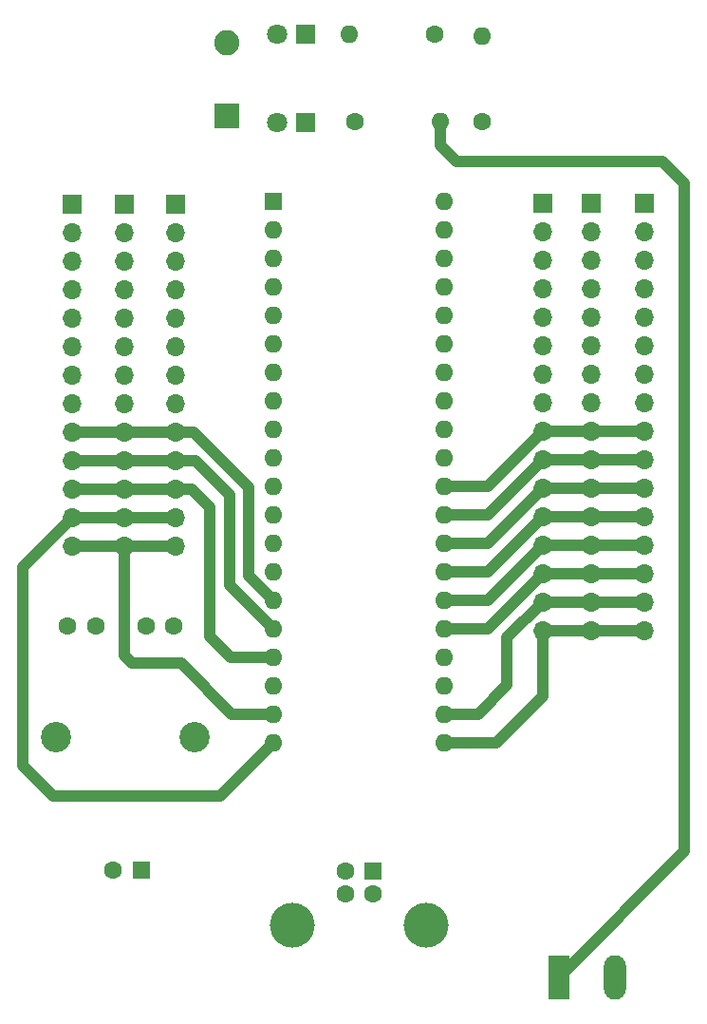
<source format=gbr>
<<<<<<< HEAD
%TF.GenerationSoftware,KiCad,Pcbnew,8.0.8*%
%TF.CreationDate,2025-04-09T17:27:57-06:00*%
%TF.ProjectId,Coquirana1,436f7175-6972-4616-9e61-312e6b696361,rev?*%
%TF.SameCoordinates,Original*%
%TF.FileFunction,Copper,L1,Top*%
%TF.FilePolarity,Positive*%
%FSLAX46Y46*%
G04 Gerber Fmt 4.6, Leading zero omitted, Abs format (unit mm)*
G04 Created by KiCad (PCBNEW 8.0.8) date 2025-04-09 17:27:57*
%MOMM*%
%LPD*%
G01*
G04 APERTURE LIST*
%TA.AperFunction,ComponentPad*%
%ADD10C,1.600000*%
%TD*%
%TA.AperFunction,ComponentPad*%
%ADD11O,1.600000X1.600000*%
%TD*%
%TA.AperFunction,ComponentPad*%
%ADD12R,1.700000X1.700000*%
%TD*%
%TA.AperFunction,ComponentPad*%
%ADD13O,1.700000X1.700000*%
%TD*%
%TA.AperFunction,ComponentPad*%
%ADD14R,2.250000X2.250000*%
%TD*%
%TA.AperFunction,ComponentPad*%
%ADD15C,2.250000*%
%TD*%
%TA.AperFunction,ComponentPad*%
%ADD16R,1.600000X1.600000*%
%TD*%
%TA.AperFunction,ComponentPad*%
%ADD17R,1.800000X1.800000*%
%TD*%
%TA.AperFunction,ComponentPad*%
%ADD18C,1.800000*%
%TD*%
%TA.AperFunction,ComponentPad*%
%ADD19R,1.980000X3.960000*%
%TD*%
%TA.AperFunction,ComponentPad*%
%ADD20O,1.980000X3.960000*%
%TD*%
%TA.AperFunction,ComponentPad*%
%ADD21C,4.000000*%
%TD*%
%TA.AperFunction,ComponentPad*%
%ADD22C,2.700000*%
%TD*%
%TA.AperFunction,Conductor*%
%ADD23C,1.000000*%
%TD*%
G04 APERTURE END LIST*
D10*
%TO.P,R1,1*%
%TO.N,Net-(U1-Vpp{slash}~{MCLR}{slash}RE3)*%
X160450000Y-57910000D03*
D11*
%TO.P,R1,2*%
%TO.N,VCC*%
X160450000Y-50290000D03*
%TD*%
D12*
%TO.P,J3,1,Pin_1*%
%TO.N,pin2*%
X123800000Y-65210000D03*
D13*
%TO.P,J3,2,Pin_2*%
%TO.N,pin3*%
X123800000Y-67750000D03*
%TO.P,J3,3,Pin_3*%
%TO.N,pin4*%
X123800000Y-70290000D03*
%TO.P,J3,4,Pin_4*%
%TO.N,pin5*%
X123800000Y-72830000D03*
%TO.P,J3,5,Pin_5*%
%TO.N,pin7*%
X123800000Y-75370000D03*
%TO.P,J3,6,Pin_6*%
%TO.N,pin8*%
X123800000Y-77910000D03*
%TO.P,J3,7,Pin_7*%
%TO.N,pin9*%
X123800000Y-80450000D03*
%TO.P,J3,8,Pin_8*%
%TO.N,pin10*%
X123800000Y-82990000D03*
%TO.P,J3,9,Pin_9*%
%TO.N,pin15*%
X123800000Y-85530000D03*
%TO.P,J3,10,Pin_10*%
%TO.N,pin16*%
X123800000Y-88070000D03*
%TO.P,J3,11,Pin_11*%
%TO.N,pin17*%
X123800000Y-90610000D03*
%TO.P,J3,12,Pin_12*%
%TO.N,pin20*%
X123800000Y-93150000D03*
%TO.P,J3,13,Pin_13*%
%TO.N,pin19*%
X123800000Y-95690000D03*
%TD*%
D10*
%TO.P,C1,1*%
%TO.N,Earth*%
X130400000Y-102850000D03*
%TO.P,C1,2*%
%TO.N,Net-(U1-OSC1{slash}CLKI)*%
X132900000Y-102850000D03*
%TD*%
D14*
%TO.P,SW1,1,1*%
%TO.N,Net-(U1-Vpp{slash}~{MCLR}{slash}RE3)*%
X137650000Y-57350000D03*
D15*
%TO.P,SW1,2,2*%
%TO.N,Earth*%
X137650000Y-50850000D03*
%TD*%
D16*
%TO.P,C3,1*%
%TO.N,Net-(U1-VUSB)*%
X129982380Y-124550000D03*
D10*
%TO.P,C3,2*%
%TO.N,Earth*%
X127482380Y-124550000D03*
%TD*%
D16*
%TO.P,U1,1,Vpp/~{MCLR}/RE3*%
%TO.N,Net-(U1-Vpp{slash}~{MCLR}{slash}RE3)*%
X141760000Y-64950000D03*
D11*
%TO.P,U1,2,RA0/AN0*%
%TO.N,pin2*%
X141760000Y-67490000D03*
%TO.P,U1,3,RA1/AN1*%
%TO.N,pin3*%
X141760000Y-70030000D03*
%TO.P,U1,4,RA2/AN2/Vref-/CVref*%
%TO.N,pin4*%
X141760000Y-72570000D03*
%TO.P,U1,5,RA3/AN3/Vref+*%
%TO.N,pin5*%
X141760000Y-75110000D03*
%TO.P,U1,6,RA4/T0CKI/C1OUT/RCV*%
%TO.N,Net-(U1-RA4{slash}T0CKI{slash}C1OUT{slash}RCV)*%
X141760000Y-77650000D03*
%TO.P,U1,7,RA5/AN4/~{SS}/HLVDIN/C2OUT*%
%TO.N,pin7*%
X141760000Y-80190000D03*
%TO.P,U1,8,CK1SPP/AN5/RE0*%
%TO.N,pin8*%
X141760000Y-82730000D03*
%TO.P,U1,9,CK2SPP/AN6/RE1*%
%TO.N,pin9*%
X141760000Y-85270000D03*
%TO.P,U1,10,OESPP/AN7/RE2*%
%TO.N,pin10*%
X141760000Y-87810000D03*
%TO.P,U1,11,VDD*%
%TO.N,VCC*%
X141760000Y-90350000D03*
%TO.P,U1,12,VSS*%
%TO.N,Earth*%
X141760000Y-92890000D03*
%TO.P,U1,13,OSC1/CLKI*%
%TO.N,Net-(U1-OSC1{slash}CLKI)*%
X141760000Y-95430000D03*
%TO.P,U1,14,RA6/OSC2/CLKO*%
%TO.N,Net-(U1-RA6{slash}OSC2{slash}CLKO)*%
X141760000Y-97970000D03*
%TO.P,U1,15,T1OSO/T13CKI/RC0*%
%TO.N,pin15*%
X141760000Y-100510000D03*
%TO.P,U1,16,~{UOE}/CCP2/T1OSI/RC1*%
%TO.N,pin16*%
X141760000Y-103050000D03*
%TO.P,U1,17,P1A/CCP1/RC2*%
%TO.N,pin17*%
X141760000Y-105590000D03*
%TO.P,U1,18,VUSB*%
%TO.N,Net-(U1-VUSB)*%
X141760000Y-108130000D03*
%TO.P,U1,19,SPP0/RD0*%
%TO.N,pin19*%
X141760000Y-110670000D03*
%TO.P,U1,20,SPP1/RD1*%
%TO.N,pin20*%
X141760000Y-113210000D03*
%TO.P,U1,21,SPP2/RD2*%
%TO.N,pin21*%
X157000000Y-113210000D03*
%TO.P,U1,22,SPP3/RD3*%
%TO.N,pin22*%
X157000000Y-110670000D03*
%TO.P,U1,23,VM/D-/RC4*%
%TO.N,Net-(J1-D-)*%
X157000000Y-108130000D03*
%TO.P,U1,24,VP/D+/RC5*%
%TO.N,Net-(J1-D+)*%
X157000000Y-105590000D03*
%TO.P,U1,25,TX/CK/RC6*%
%TO.N,pin25*%
X157000000Y-103050000D03*
%TO.P,U1,26,SDO/RX/DT/RC7*%
%TO.N,pin26*%
X157000000Y-100510000D03*
%TO.P,U1,27,SPP4/RD4*%
%TO.N,pin27*%
X157000000Y-97970000D03*
%TO.P,U1,28,P1B/SPP5/RD5*%
%TO.N,pin28*%
X157000000Y-95430000D03*
%TO.P,U1,29,P1C/SPP6/RD6*%
%TO.N,pin29*%
X157000000Y-92890000D03*
%TO.P,U1,30,P1D/SPP7/RD7*%
%TO.N,pin30*%
X157000000Y-90350000D03*
%TO.P,U1,31,VSS*%
%TO.N,Earth*%
X157000000Y-87810000D03*
%TO.P,U1,32,VDD*%
%TO.N,VCC*%
X157000000Y-85270000D03*
%TO.P,U1,33,RB0/AN12/INT0/FLT0/SDI/SDA*%
%TO.N,pin33*%
X157000000Y-82730000D03*
%TO.P,U1,34,RB1/AN10/INT1/SCK/SCL*%
%TO.N,pin34*%
X157000000Y-80190000D03*
%TO.P,U1,35,RB2/AN8/INT2/VMO*%
%TO.N,pin35*%
X157000000Y-77650000D03*
%TO.P,U1,36,RB3/AN9/CCP2/VPO*%
%TO.N,pin36*%
X157000000Y-75110000D03*
%TO.P,U1,37,RB4/AN11/KBI0/CSSPP*%
%TO.N,pin37*%
X157000000Y-72570000D03*
%TO.P,U1,38,RB5/KBI1/PGM*%
%TO.N,pin38*%
X157000000Y-70030000D03*
%TO.P,U1,39,RB6/KBI2/PGC*%
%TO.N,pin39*%
X157000000Y-67490000D03*
%TO.P,U1,40,RB7/KBI3/PGD*%
%TO.N,pin40*%
X157000000Y-64950000D03*
%TD*%
D17*
%TO.P,D2,1,K*%
%TO.N,Net-(D2-K)*%
X144620000Y-57940000D03*
D18*
%TO.P,D2,2,A*%
%TO.N,VCC*%
X142080000Y-57940000D03*
%TD*%
D12*
%TO.P,J4,1,Pin_1*%
%TO.N,pin2*%
X128450000Y-65210000D03*
D13*
%TO.P,J4,2,Pin_2*%
%TO.N,pin3*%
X128450000Y-67750000D03*
%TO.P,J4,3,Pin_3*%
%TO.N,pin4*%
X128450000Y-70290000D03*
%TO.P,J4,4,Pin_4*%
%TO.N,pin5*%
X128450000Y-72830000D03*
%TO.P,J4,5,Pin_5*%
%TO.N,pin7*%
X128450000Y-75370000D03*
%TO.P,J4,6,Pin_6*%
%TO.N,pin8*%
X128450000Y-77910000D03*
%TO.P,J4,7,Pin_7*%
%TO.N,pin9*%
X128450000Y-80450000D03*
%TO.P,J4,8,Pin_8*%
%TO.N,pin10*%
X128450000Y-82990000D03*
%TO.P,J4,9,Pin_9*%
%TO.N,pin15*%
X128450000Y-85530000D03*
%TO.P,J4,10,Pin_10*%
%TO.N,pin16*%
X128450000Y-88070000D03*
%TO.P,J4,11,Pin_11*%
%TO.N,pin17*%
X128450000Y-90610000D03*
%TO.P,J4,12,Pin_12*%
%TO.N,pin20*%
X128450000Y-93150000D03*
%TO.P,J4,13,Pin_13*%
%TO.N,pin19*%
X128450000Y-95690000D03*
%TD*%
D19*
%TO.P,J2,1,Pin_1*%
%TO.N,Earth*%
X167235000Y-134150000D03*
D20*
%TO.P,J2,2,Pin_2*%
%TO.N,VCC*%
X172235000Y-134150000D03*
%TD*%
D12*
%TO.P,J6,1,Pin_1*%
%TO.N,pin40*%
X165800000Y-65150000D03*
D13*
%TO.P,J6,2,Pin_2*%
%TO.N,pin39*%
X165800000Y-67690000D03*
%TO.P,J6,3,Pin_3*%
%TO.N,pin38*%
X165800000Y-70230000D03*
%TO.P,J6,4,Pin_4*%
%TO.N,pin37*%
X165800000Y-72770000D03*
%TO.P,J6,5,Pin_5*%
%TO.N,pin36*%
X165800000Y-75310000D03*
%TO.P,J6,6,Pin_6*%
%TO.N,pin35*%
X165800000Y-77850000D03*
%TO.P,J6,7,Pin_7*%
%TO.N,pin34*%
X165800000Y-80390000D03*
%TO.P,J6,8,Pin_8*%
%TO.N,pin33*%
X165800000Y-82930000D03*
%TO.P,J6,9,Pin_9*%
%TO.N,pin30*%
X165800000Y-85470000D03*
%TO.P,J6,10,Pin_10*%
%TO.N,pin29*%
X165800000Y-88010000D03*
%TO.P,J6,11,Pin_11*%
%TO.N,pin28*%
X165800000Y-90550000D03*
%TO.P,J6,12,Pin_12*%
%TO.N,pin27*%
X165800000Y-93090000D03*
%TO.P,J6,13,Pin_13*%
%TO.N,pin26*%
X165800000Y-95630000D03*
%TO.P,J6,14,Pin_14*%
%TO.N,pin25*%
X165800000Y-98170000D03*
%TO.P,J6,15,Pin_15*%
%TO.N,pin22*%
X165800000Y-100710000D03*
%TO.P,J6,16,Pin_16*%
%TO.N,pin21*%
X165800000Y-103250000D03*
%TD*%
D17*
%TO.P,D1,1,K*%
%TO.N,Net-(D1-K)*%
X144680000Y-50090000D03*
D18*
%TO.P,D1,2,A*%
%TO.N,VCC*%
X142140000Y-50090000D03*
%TD*%
D10*
%TO.P,R2,1*%
%TO.N,Net-(U1-RA4{slash}T0CKI{slash}C1OUT{slash}RCV)*%
X156190000Y-50040000D03*
D11*
%TO.P,R2,2*%
%TO.N,Net-(D1-K)*%
X148570000Y-50040000D03*
%TD*%
D10*
%TO.P,C2,1*%
%TO.N,Net-(U1-RA6{slash}OSC2{slash}CLKO)*%
X123450000Y-102800000D03*
%TO.P,C2,2*%
%TO.N,Earth*%
X125950000Y-102800000D03*
%TD*%
D16*
%TO.P,J1,1,VBUS*%
%TO.N,VCC*%
X150700000Y-124662500D03*
D10*
%TO.P,J1,2,D-*%
%TO.N,Net-(J1-D-)*%
X148200000Y-124662500D03*
%TO.P,J1,3,D+*%
%TO.N,Net-(J1-D+)*%
X148200000Y-126662500D03*
%TO.P,J1,4,GND*%
%TO.N,Earth*%
X150700000Y-126662500D03*
D21*
%TO.P,J1,5,Shield*%
X155450000Y-129522500D03*
X143450000Y-129522500D03*
%TD*%
D10*
%TO.P,R3,1*%
%TO.N,Net-(D2-K)*%
X149100000Y-57900000D03*
D11*
%TO.P,R3,2*%
%TO.N,Earth*%
X156720000Y-57900000D03*
%TD*%
D22*
%TO.P,Y1,1,1*%
%TO.N,Net-(U1-RA6{slash}OSC2{slash}CLKO)*%
X122400000Y-112750000D03*
%TO.P,Y1,2,2*%
%TO.N,Net-(U1-OSC1{slash}CLKI)*%
X134740000Y-112750000D03*
%TD*%
D12*
%TO.P,J8,1,Pin_1*%
%TO.N,pin40*%
X174900000Y-65150000D03*
D13*
%TO.P,J8,2,Pin_2*%
%TO.N,pin39*%
X174900000Y-67690000D03*
%TO.P,J8,3,Pin_3*%
%TO.N,pin38*%
X174900000Y-70230000D03*
%TO.P,J8,4,Pin_4*%
%TO.N,pin37*%
X174900000Y-72770000D03*
%TO.P,J8,5,Pin_5*%
%TO.N,pin36*%
X174900000Y-75310000D03*
%TO.P,J8,6,Pin_6*%
%TO.N,pin35*%
X174900000Y-77850000D03*
%TO.P,J8,7,Pin_7*%
%TO.N,pin34*%
X174900000Y-80390000D03*
%TO.P,J8,8,Pin_8*%
%TO.N,pin33*%
X174900000Y-82930000D03*
%TO.P,J8,9,Pin_9*%
%TO.N,pin30*%
X174900000Y-85470000D03*
%TO.P,J8,10,Pin_10*%
%TO.N,pin29*%
X174900000Y-88010000D03*
%TO.P,J8,11,Pin_11*%
%TO.N,pin28*%
X174900000Y-90550000D03*
%TO.P,J8,12,Pin_12*%
%TO.N,pin27*%
X174900000Y-93090000D03*
%TO.P,J8,13,Pin_13*%
%TO.N,pin26*%
X174900000Y-95630000D03*
%TO.P,J8,14,Pin_14*%
%TO.N,pin25*%
X174900000Y-98170000D03*
%TO.P,J8,15,Pin_15*%
%TO.N,pin22*%
X174900000Y-100710000D03*
%TO.P,J8,16,Pin_16*%
%TO.N,pin21*%
X174900000Y-103250000D03*
%TD*%
D12*
%TO.P,J5,1,Pin_1*%
%TO.N,pin2*%
X133100000Y-65210000D03*
D13*
%TO.P,J5,2,Pin_2*%
%TO.N,pin3*%
X133100000Y-67750000D03*
%TO.P,J5,3,Pin_3*%
%TO.N,pin4*%
X133100000Y-70290000D03*
%TO.P,J5,4,Pin_4*%
%TO.N,pin5*%
X133100000Y-72830000D03*
%TO.P,J5,5,Pin_5*%
%TO.N,pin7*%
X133100000Y-75370000D03*
%TO.P,J5,6,Pin_6*%
%TO.N,pin8*%
X133100000Y-77910000D03*
%TO.P,J5,7,Pin_7*%
%TO.N,pin9*%
X133100000Y-80450000D03*
%TO.P,J5,8,Pin_8*%
%TO.N,pin10*%
X133100000Y-82990000D03*
%TO.P,J5,9,Pin_9*%
%TO.N,pin15*%
X133100000Y-85530000D03*
%TO.P,J5,10,Pin_10*%
%TO.N,pin16*%
X133100000Y-88070000D03*
%TO.P,J5,11,Pin_11*%
%TO.N,pin17*%
X133100000Y-90610000D03*
%TO.P,J5,12,Pin_12*%
%TO.N,pin20*%
X133100000Y-93150000D03*
%TO.P,J5,13,Pin_13*%
%TO.N,pin19*%
X133100000Y-95690000D03*
%TD*%
D12*
%TO.P,J7,1,Pin_1*%
%TO.N,pin40*%
X170150000Y-65150000D03*
D13*
%TO.P,J7,2,Pin_2*%
%TO.N,pin39*%
X170150000Y-67690000D03*
%TO.P,J7,3,Pin_3*%
%TO.N,pin38*%
X170150000Y-70230000D03*
%TO.P,J7,4,Pin_4*%
%TO.N,pin37*%
X170150000Y-72770000D03*
%TO.P,J7,5,Pin_5*%
%TO.N,pin36*%
X170150000Y-75310000D03*
%TO.P,J7,6,Pin_6*%
%TO.N,pin35*%
X170150000Y-77850000D03*
%TO.P,J7,7,Pin_7*%
%TO.N,pin34*%
X170150000Y-80390000D03*
%TO.P,J7,8,Pin_8*%
%TO.N,pin33*%
X170150000Y-82930000D03*
%TO.P,J7,9,Pin_9*%
%TO.N,pin30*%
X170150000Y-85470000D03*
%TO.P,J7,10,Pin_10*%
%TO.N,pin29*%
X170150000Y-88010000D03*
%TO.P,J7,11,Pin_11*%
%TO.N,pin28*%
X170150000Y-90550000D03*
%TO.P,J7,12,Pin_12*%
%TO.N,pin27*%
X170150000Y-93090000D03*
%TO.P,J7,13,Pin_13*%
%TO.N,pin26*%
X170150000Y-95630000D03*
%TO.P,J7,14,Pin_14*%
%TO.N,pin25*%
X170150000Y-98170000D03*
%TO.P,J7,15,Pin_15*%
%TO.N,pin22*%
X170150000Y-100710000D03*
%TO.P,J7,16,Pin_16*%
%TO.N,pin21*%
X170150000Y-103250000D03*
%TD*%
D23*
%TO.N,Earth*%
X178450000Y-122935000D02*
X167235000Y-134150000D01*
X178450000Y-63400000D02*
X178450000Y-122935000D01*
X176500000Y-61450000D02*
X178450000Y-63400000D01*
X156720000Y-60020000D02*
X158150000Y-61450000D01*
X158150000Y-61450000D02*
X176500000Y-61450000D01*
X156720000Y-57900000D02*
X156720000Y-60020000D01*
%TO.N,pin16*%
X134820000Y-88070000D02*
X137900000Y-91150000D01*
X133100000Y-88070000D02*
X134820000Y-88070000D01*
X133100000Y-88070000D02*
X128450000Y-88070000D01*
X128450000Y-88070000D02*
X123800000Y-88070000D01*
X137900000Y-91150000D02*
X137900000Y-99190000D01*
X137900000Y-99190000D02*
X141760000Y-103050000D01*
%TO.N,pin17*%
X136100000Y-92250000D02*
X136100000Y-103750000D01*
X136100000Y-103750000D02*
X137940000Y-105590000D01*
X133100000Y-90610000D02*
X134460000Y-90610000D01*
X133100000Y-90610000D02*
X128450000Y-90610000D01*
X128450000Y-90610000D02*
X123800000Y-90610000D01*
X134460000Y-90610000D02*
X136100000Y-92250000D01*
X137940000Y-105590000D02*
X141760000Y-105590000D01*
%TO.N,pin21*%
X165800000Y-103250000D02*
X170150000Y-103250000D01*
X165800000Y-109100000D02*
X165800000Y-103250000D01*
X170150000Y-103250000D02*
X174900000Y-103250000D01*
X161690000Y-113210000D02*
X165800000Y-109100000D01*
X157000000Y-113210000D02*
X161690000Y-113210000D01*
%TO.N,pin19*%
X138070000Y-110670000D02*
X141760000Y-110670000D01*
X128450000Y-95690000D02*
X123800000Y-95690000D01*
X133550000Y-106150000D02*
X138070000Y-110670000D01*
X128450000Y-95690000D02*
X133100000Y-95690000D01*
X129150000Y-106150000D02*
X133550000Y-106150000D01*
X128450000Y-105450000D02*
X129150000Y-106150000D01*
X128450000Y-95690000D02*
X128450000Y-105450000D01*
%TO.N,pin25*%
X157000000Y-103050000D02*
X160920000Y-103050000D01*
X165800000Y-98170000D02*
X170150000Y-98170000D01*
X160920000Y-103050000D02*
X165800000Y-98170000D01*
X170150000Y-98170000D02*
X174900000Y-98170000D01*
%TO.N,pin20*%
X137020000Y-117950000D02*
X141760000Y-113210000D01*
X123800000Y-93150000D02*
X119400000Y-97550000D01*
X122100000Y-117950000D02*
X137020000Y-117950000D01*
X128450000Y-93150000D02*
X133100000Y-93150000D01*
X119400000Y-115250000D02*
X122100000Y-117950000D01*
X119400000Y-97550000D02*
X119400000Y-115250000D01*
X123800000Y-93150000D02*
X128450000Y-93150000D01*
%TO.N,pin26*%
X160920000Y-100510000D02*
X165800000Y-95630000D01*
X165800000Y-95630000D02*
X170150000Y-95630000D01*
X157000000Y-100510000D02*
X160920000Y-100510000D01*
X170150000Y-95630000D02*
X174900000Y-95630000D01*
%TO.N,pin15*%
X141760000Y-100510000D02*
X139600000Y-98350000D01*
X134630000Y-85530000D02*
X133100000Y-85530000D01*
X133100000Y-85530000D02*
X128450000Y-85530000D01*
X139600000Y-98350000D02*
X139600000Y-90500000D01*
X128450000Y-85530000D02*
X123800000Y-85530000D01*
X139600000Y-90500000D02*
X134630000Y-85530000D01*
%TO.N,pin27*%
X165800000Y-93090000D02*
X170150000Y-93090000D01*
X170150000Y-93090000D02*
X174900000Y-93090000D01*
X157000000Y-97970000D02*
X160920000Y-97970000D01*
X160920000Y-97970000D02*
X165800000Y-93090000D01*
%TO.N,pin28*%
X160920000Y-95430000D02*
X165800000Y-90550000D01*
X170150000Y-90550000D02*
X174900000Y-90550000D01*
X157000000Y-95430000D02*
X160920000Y-95430000D01*
X165800000Y-90550000D02*
X170150000Y-90550000D01*
%TO.N,pin30*%
X157000000Y-90350000D02*
X160920000Y-90350000D01*
X170150000Y-85470000D02*
X174900000Y-85470000D01*
X165800000Y-85470000D02*
X170150000Y-85470000D01*
X160920000Y-90350000D02*
X165800000Y-85470000D01*
%TO.N,pin22*%
X160030000Y-110670000D02*
X162650000Y-108050000D01*
X170150000Y-100710000D02*
X174900000Y-100710000D01*
X162650000Y-108050000D02*
X162650000Y-103860000D01*
X165800000Y-100710000D02*
X170150000Y-100710000D01*
X162650000Y-103860000D02*
X165800000Y-100710000D01*
X157000000Y-110670000D02*
X160030000Y-110670000D01*
%TO.N,pin29*%
X165800000Y-88010000D02*
X170150000Y-88010000D01*
X157000000Y-92890000D02*
X160920000Y-92890000D01*
X160920000Y-92890000D02*
X165800000Y-88010000D01*
X170150000Y-88010000D02*
X174900000Y-88010000D01*
%TD*%
M02*
=======
%TF.GenerationSoftware,KiCad,Pcbnew,8.0.8*%
%TF.CreationDate,2025-04-09T17:27:57-06:00*%
%TF.ProjectId,Coquirana1,436f7175-6972-4616-9e61-312e6b696361,rev?*%
%TF.SameCoordinates,Original*%
%TF.FileFunction,Copper,L1,Top*%
%TF.FilePolarity,Positive*%
%FSLAX46Y46*%
G04 Gerber Fmt 4.6, Leading zero omitted, Abs format (unit mm)*
G04 Created by KiCad (PCBNEW 8.0.8) date 2025-04-09 17:27:57*
%MOMM*%
%LPD*%
G01*
G04 APERTURE LIST*
%TA.AperFunction,ComponentPad*%
%ADD10C,1.600000*%
%TD*%
%TA.AperFunction,ComponentPad*%
%ADD11O,1.600000X1.600000*%
%TD*%
%TA.AperFunction,ComponentPad*%
%ADD12R,1.700000X1.700000*%
%TD*%
%TA.AperFunction,ComponentPad*%
%ADD13O,1.700000X1.700000*%
%TD*%
%TA.AperFunction,ComponentPad*%
%ADD14R,2.250000X2.250000*%
%TD*%
%TA.AperFunction,ComponentPad*%
%ADD15C,2.250000*%
%TD*%
%TA.AperFunction,ComponentPad*%
%ADD16R,1.600000X1.600000*%
%TD*%
%TA.AperFunction,ComponentPad*%
%ADD17R,1.800000X1.800000*%
%TD*%
%TA.AperFunction,ComponentPad*%
%ADD18C,1.800000*%
%TD*%
%TA.AperFunction,ComponentPad*%
%ADD19R,1.980000X3.960000*%
%TD*%
%TA.AperFunction,ComponentPad*%
%ADD20O,1.980000X3.960000*%
%TD*%
%TA.AperFunction,ComponentPad*%
%ADD21C,4.000000*%
%TD*%
%TA.AperFunction,ComponentPad*%
%ADD22C,2.700000*%
%TD*%
%TA.AperFunction,Conductor*%
%ADD23C,1.000000*%
%TD*%
G04 APERTURE END LIST*
D10*
%TO.P,R1,1*%
%TO.N,Net-(U1-Vpp{slash}~{MCLR}{slash}RE3)*%
X160450000Y-57910000D03*
D11*
%TO.P,R1,2*%
%TO.N,VCC*%
X160450000Y-50290000D03*
%TD*%
D12*
%TO.P,J3,1,Pin_1*%
%TO.N,pin2*%
X123800000Y-65210000D03*
D13*
%TO.P,J3,2,Pin_2*%
%TO.N,pin3*%
X123800000Y-67750000D03*
%TO.P,J3,3,Pin_3*%
%TO.N,pin4*%
X123800000Y-70290000D03*
%TO.P,J3,4,Pin_4*%
%TO.N,pin5*%
X123800000Y-72830000D03*
%TO.P,J3,5,Pin_5*%
%TO.N,pin7*%
X123800000Y-75370000D03*
%TO.P,J3,6,Pin_6*%
%TO.N,pin8*%
X123800000Y-77910000D03*
%TO.P,J3,7,Pin_7*%
%TO.N,pin9*%
X123800000Y-80450000D03*
%TO.P,J3,8,Pin_8*%
%TO.N,pin10*%
X123800000Y-82990000D03*
%TO.P,J3,9,Pin_9*%
%TO.N,pin15*%
X123800000Y-85530000D03*
%TO.P,J3,10,Pin_10*%
%TO.N,pin16*%
X123800000Y-88070000D03*
%TO.P,J3,11,Pin_11*%
%TO.N,pin17*%
X123800000Y-90610000D03*
%TO.P,J3,12,Pin_12*%
%TO.N,pin20*%
X123800000Y-93150000D03*
%TO.P,J3,13,Pin_13*%
%TO.N,pin19*%
X123800000Y-95690000D03*
%TD*%
D10*
%TO.P,C1,1*%
%TO.N,Earth*%
X130400000Y-102850000D03*
%TO.P,C1,2*%
%TO.N,Net-(U1-OSC1{slash}CLKI)*%
X132900000Y-102850000D03*
%TD*%
D14*
%TO.P,SW1,1,1*%
%TO.N,Net-(U1-Vpp{slash}~{MCLR}{slash}RE3)*%
X137650000Y-57350000D03*
D15*
%TO.P,SW1,2,2*%
%TO.N,Earth*%
X137650000Y-50850000D03*
%TD*%
D16*
%TO.P,C3,1*%
%TO.N,Net-(U1-VUSB)*%
X129982380Y-124550000D03*
D10*
%TO.P,C3,2*%
%TO.N,Earth*%
X127482380Y-124550000D03*
%TD*%
D16*
%TO.P,U1,1,Vpp/~{MCLR}/RE3*%
%TO.N,Net-(U1-Vpp{slash}~{MCLR}{slash}RE3)*%
X141760000Y-64950000D03*
D11*
%TO.P,U1,2,RA0/AN0*%
%TO.N,pin2*%
X141760000Y-67490000D03*
%TO.P,U1,3,RA1/AN1*%
%TO.N,pin3*%
X141760000Y-70030000D03*
%TO.P,U1,4,RA2/AN2/Vref-/CVref*%
%TO.N,pin4*%
X141760000Y-72570000D03*
%TO.P,U1,5,RA3/AN3/Vref+*%
%TO.N,pin5*%
X141760000Y-75110000D03*
%TO.P,U1,6,RA4/T0CKI/C1OUT/RCV*%
%TO.N,Net-(U1-RA4{slash}T0CKI{slash}C1OUT{slash}RCV)*%
X141760000Y-77650000D03*
%TO.P,U1,7,RA5/AN4/~{SS}/HLVDIN/C2OUT*%
%TO.N,pin7*%
X141760000Y-80190000D03*
%TO.P,U1,8,CK1SPP/AN5/RE0*%
%TO.N,pin8*%
X141760000Y-82730000D03*
%TO.P,U1,9,CK2SPP/AN6/RE1*%
%TO.N,pin9*%
X141760000Y-85270000D03*
%TO.P,U1,10,OESPP/AN7/RE2*%
%TO.N,pin10*%
X141760000Y-87810000D03*
%TO.P,U1,11,VDD*%
%TO.N,VCC*%
X141760000Y-90350000D03*
%TO.P,U1,12,VSS*%
%TO.N,Earth*%
X141760000Y-92890000D03*
%TO.P,U1,13,OSC1/CLKI*%
%TO.N,Net-(U1-OSC1{slash}CLKI)*%
X141760000Y-95430000D03*
%TO.P,U1,14,RA6/OSC2/CLKO*%
%TO.N,Net-(U1-RA6{slash}OSC2{slash}CLKO)*%
X141760000Y-97970000D03*
%TO.P,U1,15,T1OSO/T13CKI/RC0*%
%TO.N,pin15*%
X141760000Y-100510000D03*
%TO.P,U1,16,~{UOE}/CCP2/T1OSI/RC1*%
%TO.N,pin16*%
X141760000Y-103050000D03*
%TO.P,U1,17,P1A/CCP1/RC2*%
%TO.N,pin17*%
X141760000Y-105590000D03*
%TO.P,U1,18,VUSB*%
%TO.N,Net-(U1-VUSB)*%
X141760000Y-108130000D03*
%TO.P,U1,19,SPP0/RD0*%
%TO.N,pin19*%
X141760000Y-110670000D03*
%TO.P,U1,20,SPP1/RD1*%
%TO.N,pin20*%
X141760000Y-113210000D03*
%TO.P,U1,21,SPP2/RD2*%
%TO.N,pin21*%
X157000000Y-113210000D03*
%TO.P,U1,22,SPP3/RD3*%
%TO.N,pin22*%
X157000000Y-110670000D03*
%TO.P,U1,23,VM/D-/RC4*%
%TO.N,Net-(J1-D-)*%
X157000000Y-108130000D03*
%TO.P,U1,24,VP/D+/RC5*%
%TO.N,Net-(J1-D+)*%
X157000000Y-105590000D03*
%TO.P,U1,25,TX/CK/RC6*%
%TO.N,pin25*%
X157000000Y-103050000D03*
%TO.P,U1,26,SDO/RX/DT/RC7*%
%TO.N,pin26*%
X157000000Y-100510000D03*
%TO.P,U1,27,SPP4/RD4*%
%TO.N,pin27*%
X157000000Y-97970000D03*
%TO.P,U1,28,P1B/SPP5/RD5*%
%TO.N,pin28*%
X157000000Y-95430000D03*
%TO.P,U1,29,P1C/SPP6/RD6*%
%TO.N,pin29*%
X157000000Y-92890000D03*
%TO.P,U1,30,P1D/SPP7/RD7*%
%TO.N,pin30*%
X157000000Y-90350000D03*
%TO.P,U1,31,VSS*%
%TO.N,Earth*%
X157000000Y-87810000D03*
%TO.P,U1,32,VDD*%
%TO.N,VCC*%
X157000000Y-85270000D03*
%TO.P,U1,33,RB0/AN12/INT0/FLT0/SDI/SDA*%
%TO.N,pin33*%
X157000000Y-82730000D03*
%TO.P,U1,34,RB1/AN10/INT1/SCK/SCL*%
%TO.N,pin34*%
X157000000Y-80190000D03*
%TO.P,U1,35,RB2/AN8/INT2/VMO*%
%TO.N,pin35*%
X157000000Y-77650000D03*
%TO.P,U1,36,RB3/AN9/CCP2/VPO*%
%TO.N,pin36*%
X157000000Y-75110000D03*
%TO.P,U1,37,RB4/AN11/KBI0/CSSPP*%
%TO.N,pin37*%
X157000000Y-72570000D03*
%TO.P,U1,38,RB5/KBI1/PGM*%
%TO.N,pin38*%
X157000000Y-70030000D03*
%TO.P,U1,39,RB6/KBI2/PGC*%
%TO.N,pin39*%
X157000000Y-67490000D03*
%TO.P,U1,40,RB7/KBI3/PGD*%
%TO.N,pin40*%
X157000000Y-64950000D03*
%TD*%
D17*
%TO.P,D2,1,K*%
%TO.N,Net-(D2-K)*%
X144620000Y-57940000D03*
D18*
%TO.P,D2,2,A*%
%TO.N,VCC*%
X142080000Y-57940000D03*
%TD*%
D12*
%TO.P,J4,1,Pin_1*%
%TO.N,pin2*%
X128450000Y-65210000D03*
D13*
%TO.P,J4,2,Pin_2*%
%TO.N,pin3*%
X128450000Y-67750000D03*
%TO.P,J4,3,Pin_3*%
%TO.N,pin4*%
X128450000Y-70290000D03*
%TO.P,J4,4,Pin_4*%
%TO.N,pin5*%
X128450000Y-72830000D03*
%TO.P,J4,5,Pin_5*%
%TO.N,pin7*%
X128450000Y-75370000D03*
%TO.P,J4,6,Pin_6*%
%TO.N,pin8*%
X128450000Y-77910000D03*
%TO.P,J4,7,Pin_7*%
%TO.N,pin9*%
X128450000Y-80450000D03*
%TO.P,J4,8,Pin_8*%
%TO.N,pin10*%
X128450000Y-82990000D03*
%TO.P,J4,9,Pin_9*%
%TO.N,pin15*%
X128450000Y-85530000D03*
%TO.P,J4,10,Pin_10*%
%TO.N,pin16*%
X128450000Y-88070000D03*
%TO.P,J4,11,Pin_11*%
%TO.N,pin17*%
X128450000Y-90610000D03*
%TO.P,J4,12,Pin_12*%
%TO.N,pin20*%
X128450000Y-93150000D03*
%TO.P,J4,13,Pin_13*%
%TO.N,pin19*%
X128450000Y-95690000D03*
%TD*%
D19*
%TO.P,J2,1,Pin_1*%
%TO.N,Earth*%
X167235000Y-134150000D03*
D20*
%TO.P,J2,2,Pin_2*%
%TO.N,VCC*%
X172235000Y-134150000D03*
%TD*%
D12*
%TO.P,J6,1,Pin_1*%
%TO.N,pin40*%
X165800000Y-65150000D03*
D13*
%TO.P,J6,2,Pin_2*%
%TO.N,pin39*%
X165800000Y-67690000D03*
%TO.P,J6,3,Pin_3*%
%TO.N,pin38*%
X165800000Y-70230000D03*
%TO.P,J6,4,Pin_4*%
%TO.N,pin37*%
X165800000Y-72770000D03*
%TO.P,J6,5,Pin_5*%
%TO.N,pin36*%
X165800000Y-75310000D03*
%TO.P,J6,6,Pin_6*%
%TO.N,pin35*%
X165800000Y-77850000D03*
%TO.P,J6,7,Pin_7*%
%TO.N,pin34*%
X165800000Y-80390000D03*
%TO.P,J6,8,Pin_8*%
%TO.N,pin33*%
X165800000Y-82930000D03*
%TO.P,J6,9,Pin_9*%
%TO.N,pin30*%
X165800000Y-85470000D03*
%TO.P,J6,10,Pin_10*%
%TO.N,pin29*%
X165800000Y-88010000D03*
%TO.P,J6,11,Pin_11*%
%TO.N,pin28*%
X165800000Y-90550000D03*
%TO.P,J6,12,Pin_12*%
%TO.N,pin27*%
X165800000Y-93090000D03*
%TO.P,J6,13,Pin_13*%
%TO.N,pin26*%
X165800000Y-95630000D03*
%TO.P,J6,14,Pin_14*%
%TO.N,pin25*%
X165800000Y-98170000D03*
%TO.P,J6,15,Pin_15*%
%TO.N,pin22*%
X165800000Y-100710000D03*
%TO.P,J6,16,Pin_16*%
%TO.N,pin21*%
X165800000Y-103250000D03*
%TD*%
D17*
%TO.P,D1,1,K*%
%TO.N,Net-(D1-K)*%
X144680000Y-50090000D03*
D18*
%TO.P,D1,2,A*%
%TO.N,VCC*%
X142140000Y-50090000D03*
%TD*%
D10*
%TO.P,R2,1*%
%TO.N,Net-(U1-RA4{slash}T0CKI{slash}C1OUT{slash}RCV)*%
X156190000Y-50040000D03*
D11*
%TO.P,R2,2*%
%TO.N,Net-(D1-K)*%
X148570000Y-50040000D03*
%TD*%
D10*
%TO.P,C2,1*%
%TO.N,Net-(U1-RA6{slash}OSC2{slash}CLKO)*%
X123450000Y-102800000D03*
%TO.P,C2,2*%
%TO.N,Earth*%
X125950000Y-102800000D03*
%TD*%
D16*
%TO.P,J1,1,VBUS*%
%TO.N,VCC*%
X150700000Y-124662500D03*
D10*
%TO.P,J1,2,D-*%
%TO.N,Net-(J1-D-)*%
X148200000Y-124662500D03*
%TO.P,J1,3,D+*%
%TO.N,Net-(J1-D+)*%
X148200000Y-126662500D03*
%TO.P,J1,4,GND*%
%TO.N,Earth*%
X150700000Y-126662500D03*
D21*
%TO.P,J1,5,Shield*%
X155450000Y-129522500D03*
X143450000Y-129522500D03*
%TD*%
D10*
%TO.P,R3,1*%
%TO.N,Net-(D2-K)*%
X149100000Y-57900000D03*
D11*
%TO.P,R3,2*%
%TO.N,Earth*%
X156720000Y-57900000D03*
%TD*%
D22*
%TO.P,Y1,1,1*%
%TO.N,Net-(U1-RA6{slash}OSC2{slash}CLKO)*%
X122400000Y-112750000D03*
%TO.P,Y1,2,2*%
%TO.N,Net-(U1-OSC1{slash}CLKI)*%
X134740000Y-112750000D03*
%TD*%
D12*
%TO.P,J8,1,Pin_1*%
%TO.N,pin40*%
X174900000Y-65150000D03*
D13*
%TO.P,J8,2,Pin_2*%
%TO.N,pin39*%
X174900000Y-67690000D03*
%TO.P,J8,3,Pin_3*%
%TO.N,pin38*%
X174900000Y-70230000D03*
%TO.P,J8,4,Pin_4*%
%TO.N,pin37*%
X174900000Y-72770000D03*
%TO.P,J8,5,Pin_5*%
%TO.N,pin36*%
X174900000Y-75310000D03*
%TO.P,J8,6,Pin_6*%
%TO.N,pin35*%
X174900000Y-77850000D03*
%TO.P,J8,7,Pin_7*%
%TO.N,pin34*%
X174900000Y-80390000D03*
%TO.P,J8,8,Pin_8*%
%TO.N,pin33*%
X174900000Y-82930000D03*
%TO.P,J8,9,Pin_9*%
%TO.N,pin30*%
X174900000Y-85470000D03*
%TO.P,J8,10,Pin_10*%
%TO.N,pin29*%
X174900000Y-88010000D03*
%TO.P,J8,11,Pin_11*%
%TO.N,pin28*%
X174900000Y-90550000D03*
%TO.P,J8,12,Pin_12*%
%TO.N,pin27*%
X174900000Y-93090000D03*
%TO.P,J8,13,Pin_13*%
%TO.N,pin26*%
X174900000Y-95630000D03*
%TO.P,J8,14,Pin_14*%
%TO.N,pin25*%
X174900000Y-98170000D03*
%TO.P,J8,15,Pin_15*%
%TO.N,pin22*%
X174900000Y-100710000D03*
%TO.P,J8,16,Pin_16*%
%TO.N,pin21*%
X174900000Y-103250000D03*
%TD*%
D12*
%TO.P,J5,1,Pin_1*%
%TO.N,pin2*%
X133100000Y-65210000D03*
D13*
%TO.P,J5,2,Pin_2*%
%TO.N,pin3*%
X133100000Y-67750000D03*
%TO.P,J5,3,Pin_3*%
%TO.N,pin4*%
X133100000Y-70290000D03*
%TO.P,J5,4,Pin_4*%
%TO.N,pin5*%
X133100000Y-72830000D03*
%TO.P,J5,5,Pin_5*%
%TO.N,pin7*%
X133100000Y-75370000D03*
%TO.P,J5,6,Pin_6*%
%TO.N,pin8*%
X133100000Y-77910000D03*
%TO.P,J5,7,Pin_7*%
%TO.N,pin9*%
X133100000Y-80450000D03*
%TO.P,J5,8,Pin_8*%
%TO.N,pin10*%
X133100000Y-82990000D03*
%TO.P,J5,9,Pin_9*%
%TO.N,pin15*%
X133100000Y-85530000D03*
%TO.P,J5,10,Pin_10*%
%TO.N,pin16*%
X133100000Y-88070000D03*
%TO.P,J5,11,Pin_11*%
%TO.N,pin17*%
X133100000Y-90610000D03*
%TO.P,J5,12,Pin_12*%
%TO.N,pin20*%
X133100000Y-93150000D03*
%TO.P,J5,13,Pin_13*%
%TO.N,pin19*%
X133100000Y-95690000D03*
%TD*%
D12*
%TO.P,J7,1,Pin_1*%
%TO.N,pin40*%
X170150000Y-65150000D03*
D13*
%TO.P,J7,2,Pin_2*%
%TO.N,pin39*%
X170150000Y-67690000D03*
%TO.P,J7,3,Pin_3*%
%TO.N,pin38*%
X170150000Y-70230000D03*
%TO.P,J7,4,Pin_4*%
%TO.N,pin37*%
X170150000Y-72770000D03*
%TO.P,J7,5,Pin_5*%
%TO.N,pin36*%
X170150000Y-75310000D03*
%TO.P,J7,6,Pin_6*%
%TO.N,pin35*%
X170150000Y-77850000D03*
%TO.P,J7,7,Pin_7*%
%TO.N,pin34*%
X170150000Y-80390000D03*
%TO.P,J7,8,Pin_8*%
%TO.N,pin33*%
X170150000Y-82930000D03*
%TO.P,J7,9,Pin_9*%
%TO.N,pin30*%
X170150000Y-85470000D03*
%TO.P,J7,10,Pin_10*%
%TO.N,pin29*%
X170150000Y-88010000D03*
%TO.P,J7,11,Pin_11*%
%TO.N,pin28*%
X170150000Y-90550000D03*
%TO.P,J7,12,Pin_12*%
%TO.N,pin27*%
X170150000Y-93090000D03*
%TO.P,J7,13,Pin_13*%
%TO.N,pin26*%
X170150000Y-95630000D03*
%TO.P,J7,14,Pin_14*%
%TO.N,pin25*%
X170150000Y-98170000D03*
%TO.P,J7,15,Pin_15*%
%TO.N,pin22*%
X170150000Y-100710000D03*
%TO.P,J7,16,Pin_16*%
%TO.N,pin21*%
X170150000Y-103250000D03*
%TD*%
D23*
%TO.N,Earth*%
X178450000Y-122935000D02*
X167235000Y-134150000D01*
X178450000Y-63400000D02*
X178450000Y-122935000D01*
X176500000Y-61450000D02*
X178450000Y-63400000D01*
X156720000Y-60020000D02*
X158150000Y-61450000D01*
X158150000Y-61450000D02*
X176500000Y-61450000D01*
X156720000Y-57900000D02*
X156720000Y-60020000D01*
%TO.N,pin16*%
X134820000Y-88070000D02*
X137900000Y-91150000D01*
X133100000Y-88070000D02*
X134820000Y-88070000D01*
X133100000Y-88070000D02*
X128450000Y-88070000D01*
X128450000Y-88070000D02*
X123800000Y-88070000D01*
X137900000Y-91150000D02*
X137900000Y-99190000D01*
X137900000Y-99190000D02*
X141760000Y-103050000D01*
%TO.N,pin17*%
X136100000Y-92250000D02*
X136100000Y-103750000D01*
X136100000Y-103750000D02*
X137940000Y-105590000D01*
X133100000Y-90610000D02*
X134460000Y-90610000D01*
X133100000Y-90610000D02*
X128450000Y-90610000D01*
X128450000Y-90610000D02*
X123800000Y-90610000D01*
X134460000Y-90610000D02*
X136100000Y-92250000D01*
X137940000Y-105590000D02*
X141760000Y-105590000D01*
%TO.N,pin21*%
X165800000Y-103250000D02*
X170150000Y-103250000D01*
X165800000Y-109100000D02*
X165800000Y-103250000D01*
X170150000Y-103250000D02*
X174900000Y-103250000D01*
X161690000Y-113210000D02*
X165800000Y-109100000D01*
X157000000Y-113210000D02*
X161690000Y-113210000D01*
%TO.N,pin19*%
X138070000Y-110670000D02*
X141760000Y-110670000D01*
X128450000Y-95690000D02*
X123800000Y-95690000D01*
X133550000Y-106150000D02*
X138070000Y-110670000D01*
X128450000Y-95690000D02*
X133100000Y-95690000D01*
X129150000Y-106150000D02*
X133550000Y-106150000D01*
X128450000Y-105450000D02*
X129150000Y-106150000D01*
X128450000Y-95690000D02*
X128450000Y-105450000D01*
%TO.N,pin25*%
X157000000Y-103050000D02*
X160920000Y-103050000D01*
X165800000Y-98170000D02*
X170150000Y-98170000D01*
X160920000Y-103050000D02*
X165800000Y-98170000D01*
X170150000Y-98170000D02*
X174900000Y-98170000D01*
%TO.N,pin20*%
X137020000Y-117950000D02*
X141760000Y-113210000D01*
X123800000Y-93150000D02*
X119400000Y-97550000D01*
X122100000Y-117950000D02*
X137020000Y-117950000D01*
X128450000Y-93150000D02*
X133100000Y-93150000D01*
X119400000Y-115250000D02*
X122100000Y-117950000D01*
X119400000Y-97550000D02*
X119400000Y-115250000D01*
X123800000Y-93150000D02*
X128450000Y-93150000D01*
%TO.N,pin26*%
X160920000Y-100510000D02*
X165800000Y-95630000D01*
X165800000Y-95630000D02*
X170150000Y-95630000D01*
X157000000Y-100510000D02*
X160920000Y-100510000D01*
X170150000Y-95630000D02*
X174900000Y-95630000D01*
%TO.N,pin15*%
X141760000Y-100510000D02*
X139600000Y-98350000D01*
X134630000Y-85530000D02*
X133100000Y-85530000D01*
X133100000Y-85530000D02*
X128450000Y-85530000D01*
X139600000Y-98350000D02*
X139600000Y-90500000D01*
X128450000Y-85530000D02*
X123800000Y-85530000D01*
X139600000Y-90500000D02*
X134630000Y-85530000D01*
%TO.N,pin27*%
X165800000Y-93090000D02*
X170150000Y-93090000D01*
X170150000Y-93090000D02*
X174900000Y-93090000D01*
X157000000Y-97970000D02*
X160920000Y-97970000D01*
X160920000Y-97970000D02*
X165800000Y-93090000D01*
%TO.N,pin28*%
X160920000Y-95430000D02*
X165800000Y-90550000D01*
X170150000Y-90550000D02*
X174900000Y-90550000D01*
X157000000Y-95430000D02*
X160920000Y-95430000D01*
X165800000Y-90550000D02*
X170150000Y-90550000D01*
%TO.N,pin30*%
X157000000Y-90350000D02*
X160920000Y-90350000D01*
X170150000Y-85470000D02*
X174900000Y-85470000D01*
X165800000Y-85470000D02*
X170150000Y-85470000D01*
X160920000Y-90350000D02*
X165800000Y-85470000D01*
%TO.N,pin22*%
X160030000Y-110670000D02*
X162650000Y-108050000D01*
X170150000Y-100710000D02*
X174900000Y-100710000D01*
X162650000Y-108050000D02*
X162650000Y-103860000D01*
X165800000Y-100710000D02*
X170150000Y-100710000D01*
X162650000Y-103860000D02*
X165800000Y-100710000D01*
X157000000Y-110670000D02*
X160030000Y-110670000D01*
%TO.N,pin29*%
X165800000Y-88010000D02*
X170150000Y-88010000D01*
X157000000Y-92890000D02*
X160920000Y-92890000D01*
X160920000Y-92890000D02*
X165800000Y-88010000D01*
X170150000Y-88010000D02*
X174900000Y-88010000D01*
%TD*%
M02*
>>>>>>> c247ddddf8102dd7b5f2e1b32e1eb3e55a767da4

</source>
